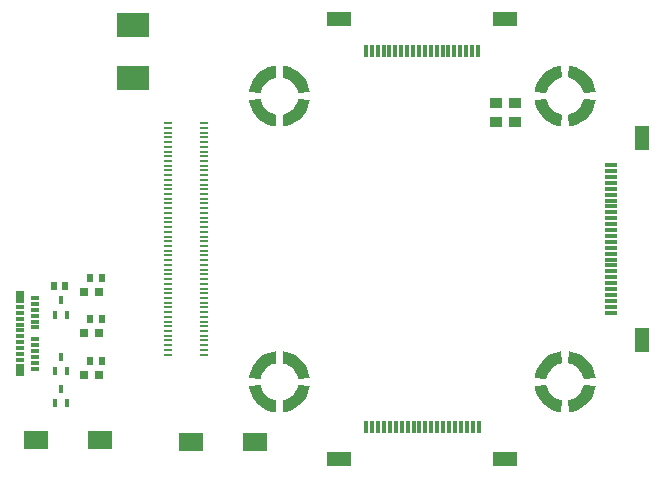
<source format=gtp>
G04*
G04 #@! TF.GenerationSoftware,Altium Limited,Altium Designer,20.0.13 (296)*
G04*
G04 Layer_Color=8421504*
%FSLAX44Y44*%
%MOMM*%
G71*
G01*
G75*
%ADD16R,1.0000X0.9000*%
%ADD17R,2.0000X1.5000*%
%ADD18R,2.7430X2.1590*%
%ADD19R,1.3000X2.0000*%
%ADD20R,1.0000X0.3000*%
%ADD21R,0.3000X1.0000*%
%ADD22R,2.0000X1.3000*%
%ADD23R,0.3000X0.7100*%
%ADD24R,0.8000X0.8000*%
%ADD25R,0.5500X0.6500*%
%ADD26R,0.7000X0.3000*%
%ADD27R,0.7000X1.0000*%
%ADD28R,0.7000X0.1800*%
G36*
X275831Y53194D02*
X276222Y63243D01*
X275028Y63501D01*
X272716Y64286D01*
X270551Y65413D01*
X268582Y66856D01*
X266856Y68582D01*
X265413Y70551D01*
X264286Y72716D01*
X263501Y75028D01*
X263243Y76222D01*
X263243D01*
X253194Y75831D01*
X253457Y73687D01*
X254684Y69544D01*
X256578Y65661D01*
X259088Y62143D01*
X262143Y59088D01*
X265661Y56578D01*
X269544Y54684D01*
X273687Y53457D01*
X275831Y53194D01*
X275831Y53194D01*
D02*
G37*
G36*
X253194Y82169D02*
X263243Y81778D01*
X263501Y82972D01*
X264286Y85284D01*
X265413Y87449D01*
X266856Y89418D01*
X268582Y91144D01*
X270551Y92587D01*
X272716Y93714D01*
X275028Y94499D01*
X276222Y94757D01*
D01*
X275831Y104806D01*
X273687Y104543D01*
X269544Y103316D01*
X265661Y101422D01*
X262143Y98912D01*
X259088Y95857D01*
X256578Y92339D01*
X254684Y88456D01*
X253457Y84313D01*
X253194Y82169D01*
X253194D01*
D02*
G37*
G36*
X304806Y75831D02*
X294757Y76222D01*
X294499Y75028D01*
X293714Y72716D01*
X292587Y70551D01*
X291144Y68582D01*
X289418Y66856D01*
X287449Y65413D01*
X285284Y64286D01*
X282972Y63501D01*
X281778Y63243D01*
X281778Y63243D01*
X282169Y53194D01*
X284313Y53457D01*
X288456Y54684D01*
X292339Y56578D01*
X295857Y59088D01*
X298912Y62143D01*
X301422Y65661D01*
X303316Y69544D01*
X304543Y73687D01*
X304806Y75831D01*
Y75831D01*
D02*
G37*
G36*
X282169Y104806D02*
X281778Y94757D01*
X282972Y94499D01*
X285284Y93714D01*
X287449Y92587D01*
X289418Y91144D01*
X291144Y89418D01*
X292587Y87449D01*
X293714Y85284D01*
X294499Y82972D01*
X294757Y81778D01*
Y81778D01*
X304806Y82169D01*
X304543Y84313D01*
X303316Y88456D01*
X301422Y92339D01*
X298912Y95857D01*
X295857Y98912D01*
X292339Y101422D01*
X288456Y103316D01*
X284313Y104543D01*
X282169Y104806D01*
D01*
D02*
G37*
G36*
X275831Y295194D02*
X276222Y305243D01*
X275028Y305501D01*
X272716Y306286D01*
X270551Y307413D01*
X268582Y308856D01*
X266856Y310582D01*
X265413Y312551D01*
X264286Y314716D01*
X263501Y317028D01*
X263243Y318222D01*
X263243D01*
X253194Y317831D01*
X253457Y315687D01*
X254684Y311544D01*
X256578Y307661D01*
X259088Y304143D01*
X262143Y301088D01*
X265661Y298578D01*
X269544Y296684D01*
X273687Y295457D01*
X275831Y295194D01*
X275831Y295194D01*
D02*
G37*
G36*
X253194Y324169D02*
X263243Y323778D01*
X263501Y324972D01*
X264286Y327284D01*
X265413Y329449D01*
X266856Y331418D01*
X268582Y333144D01*
X270551Y334587D01*
X272716Y335714D01*
X275028Y336499D01*
X276222Y336757D01*
D01*
X275831Y346806D01*
X273687Y346543D01*
X269544Y345316D01*
X265661Y343422D01*
X262143Y340913D01*
X259088Y337857D01*
X256578Y334339D01*
X254684Y330456D01*
X253457Y326313D01*
X253194Y324169D01*
X253194D01*
D02*
G37*
G36*
X304806Y317831D02*
X294757Y318222D01*
X294499Y317028D01*
X293714Y314716D01*
X292587Y312551D01*
X291144Y310582D01*
X289418Y308856D01*
X287449Y307413D01*
X285284Y306286D01*
X282972Y305501D01*
X281778Y305243D01*
X281778Y305243D01*
X282169Y295194D01*
X284313Y295457D01*
X288456Y296684D01*
X292339Y298578D01*
X295857Y301088D01*
X298912Y304143D01*
X301422Y307661D01*
X303316Y311544D01*
X304543Y315687D01*
X304806Y317831D01*
Y317831D01*
D02*
G37*
G36*
X282169Y346806D02*
X281778Y336757D01*
X282972Y336499D01*
X285284Y335714D01*
X287449Y334587D01*
X289418Y333144D01*
X291144Y331418D01*
X292587Y329449D01*
X293714Y327284D01*
X294499Y324972D01*
X294757Y323778D01*
Y323778D01*
X304806Y324169D01*
X304543Y326313D01*
X303316Y330456D01*
X301422Y334339D01*
X298912Y337857D01*
X295857Y340913D01*
X292339Y343422D01*
X288456Y345316D01*
X284313Y346543D01*
X282169Y346806D01*
D01*
D02*
G37*
G36*
X517831Y53194D02*
X518222Y63243D01*
X517028Y63501D01*
X514716Y64286D01*
X512551Y65413D01*
X510582Y66856D01*
X508856Y68582D01*
X507413Y70551D01*
X506286Y72716D01*
X505501Y75028D01*
X505243Y76222D01*
X505243D01*
X495194Y75831D01*
X495457Y73687D01*
X496684Y69544D01*
X498578Y65661D01*
X501088Y62143D01*
X504143Y59088D01*
X507661Y56578D01*
X511544Y54684D01*
X515687Y53457D01*
X517831Y53194D01*
X517831Y53194D01*
D02*
G37*
G36*
X495194Y82169D02*
X505243Y81778D01*
X505501Y82972D01*
X506286Y85284D01*
X507413Y87449D01*
X508856Y89418D01*
X510582Y91144D01*
X512551Y92587D01*
X514716Y93714D01*
X517028Y94499D01*
X518222Y94757D01*
D01*
X517831Y104806D01*
X515687Y104543D01*
X511544Y103316D01*
X507661Y101422D01*
X504143Y98912D01*
X501088Y95857D01*
X498578Y92339D01*
X496684Y88456D01*
X495457Y84313D01*
X495194Y82169D01*
X495194D01*
D02*
G37*
G36*
X546806Y75831D02*
X536757Y76222D01*
X536499Y75028D01*
X535714Y72716D01*
X534587Y70551D01*
X533144Y68582D01*
X531418Y66856D01*
X529449Y65413D01*
X527284Y64286D01*
X524972Y63501D01*
X523778Y63243D01*
X523778Y63243D01*
X524169Y53194D01*
X526313Y53457D01*
X530456Y54684D01*
X534339Y56578D01*
X537857Y59088D01*
X540913Y62143D01*
X543422Y65661D01*
X545316Y69544D01*
X546543Y73687D01*
X546806Y75831D01*
Y75831D01*
D02*
G37*
G36*
X524169Y104806D02*
X523778Y94757D01*
X524972Y94499D01*
X527284Y93714D01*
X529449Y92587D01*
X531418Y91144D01*
X533144Y89418D01*
X534587Y87449D01*
X535714Y85284D01*
X536499Y82972D01*
X536757Y81778D01*
Y81778D01*
X546806Y82169D01*
X546543Y84313D01*
X545316Y88456D01*
X543422Y92339D01*
X540913Y95857D01*
X537857Y98912D01*
X534339Y101422D01*
X530456Y103316D01*
X526313Y104543D01*
X524169Y104806D01*
D01*
D02*
G37*
G36*
X517831Y295194D02*
X518222Y305243D01*
X517028Y305501D01*
X514716Y306286D01*
X512551Y307413D01*
X510582Y308856D01*
X508856Y310582D01*
X507413Y312551D01*
X506286Y314716D01*
X505501Y317028D01*
X505243Y318222D01*
X505243D01*
X495194Y317831D01*
X495457Y315687D01*
X496684Y311544D01*
X498578Y307661D01*
X501088Y304143D01*
X504143Y301088D01*
X507661Y298578D01*
X511544Y296684D01*
X515687Y295457D01*
X517831Y295194D01*
X517831Y295194D01*
D02*
G37*
G36*
X495194Y324169D02*
X505243Y323778D01*
X505501Y324972D01*
X506286Y327284D01*
X507413Y329449D01*
X508856Y331418D01*
X510582Y333144D01*
X512551Y334587D01*
X514716Y335714D01*
X517028Y336499D01*
X518222Y336757D01*
D01*
X517831Y346806D01*
X515687Y346543D01*
X511544Y345316D01*
X507661Y343422D01*
X504143Y340913D01*
X501088Y337857D01*
X498578Y334339D01*
X496684Y330456D01*
X495457Y326313D01*
X495194Y324169D01*
X495194D01*
D02*
G37*
G36*
X546806Y317831D02*
X536757Y318222D01*
X536499Y317028D01*
X535714Y314716D01*
X534587Y312551D01*
X533144Y310582D01*
X531418Y308856D01*
X529449Y307413D01*
X527284Y306286D01*
X524972Y305501D01*
X523778Y305243D01*
X523778Y305243D01*
X524169Y295194D01*
X526313Y295457D01*
X530456Y296684D01*
X534339Y298578D01*
X537857Y301088D01*
X540913Y304143D01*
X543422Y307661D01*
X545316Y311544D01*
X546543Y315687D01*
X546806Y317831D01*
Y317831D01*
D02*
G37*
G36*
X524169Y346806D02*
X523778Y336757D01*
X524972Y336499D01*
X527284Y335714D01*
X529449Y334587D01*
X531418Y333144D01*
X533144Y331418D01*
X534587Y329449D01*
X535714Y327284D01*
X536499Y324972D01*
X536757Y323778D01*
Y323778D01*
X546806Y324169D01*
X546543Y326313D01*
X545316Y330456D01*
X543422Y334339D01*
X540913Y337857D01*
X537857Y340913D01*
X534339Y343422D01*
X530456Y345316D01*
X526313Y346543D01*
X524169Y346806D01*
D01*
D02*
G37*
D16*
X462280Y299340D02*
D03*
Y315340D02*
D03*
X478190Y299317D02*
D03*
Y315317D02*
D03*
D17*
X258683Y27876D02*
D03*
X204683D02*
D03*
X127000Y30000D02*
D03*
X73000D02*
D03*
D18*
X154940Y336546D02*
D03*
Y380746D02*
D03*
D19*
X586500Y114500D02*
D03*
Y285074D02*
D03*
D20*
X559500Y262500D02*
D03*
Y242500D02*
D03*
Y222500D02*
D03*
Y202500D02*
D03*
Y197500D02*
D03*
Y177500D02*
D03*
Y157500D02*
D03*
Y137500D02*
D03*
Y252500D02*
D03*
Y257500D02*
D03*
Y247500D02*
D03*
Y232500D02*
D03*
Y237500D02*
D03*
Y227500D02*
D03*
Y212500D02*
D03*
Y217500D02*
D03*
Y207500D02*
D03*
Y192500D02*
D03*
Y187500D02*
D03*
Y182500D02*
D03*
Y167500D02*
D03*
Y172500D02*
D03*
Y162500D02*
D03*
Y147500D02*
D03*
Y152500D02*
D03*
Y142500D02*
D03*
D21*
X357715Y40700D02*
D03*
X367715D02*
D03*
X362715D02*
D03*
X377715D02*
D03*
X387715D02*
D03*
X382715D02*
D03*
X397715D02*
D03*
X402715D02*
D03*
X407715D02*
D03*
X422715D02*
D03*
X432715D02*
D03*
X427715D02*
D03*
X442715D02*
D03*
X447715D02*
D03*
X352715D02*
D03*
X372715D02*
D03*
X392715D02*
D03*
X412715D02*
D03*
X417715D02*
D03*
X437715D02*
D03*
X442285Y358910D02*
D03*
X432285D02*
D03*
X437285D02*
D03*
X422285D02*
D03*
X412285D02*
D03*
X417285D02*
D03*
X402285D02*
D03*
X397285D02*
D03*
X392285D02*
D03*
X377285D02*
D03*
X367285D02*
D03*
X372285D02*
D03*
X357285D02*
D03*
X352285D02*
D03*
X447285D02*
D03*
X427285D02*
D03*
X407285D02*
D03*
X387285D02*
D03*
X382285D02*
D03*
X362285D02*
D03*
D22*
X470285Y13700D02*
D03*
X329715D02*
D03*
Y385910D02*
D03*
X470285D02*
D03*
D23*
X94000Y73100D02*
D03*
X99000Y60900D02*
D03*
X89000D02*
D03*
X94000Y100100D02*
D03*
X99000Y87900D02*
D03*
X89000D02*
D03*
X94000Y148100D02*
D03*
X99000Y135900D02*
D03*
X89000D02*
D03*
D24*
X126250Y85000D02*
D03*
X113750D02*
D03*
X126250Y120000D02*
D03*
X113750D02*
D03*
X126250Y155000D02*
D03*
X113750D02*
D03*
D25*
X119000Y97000D02*
D03*
X129000D02*
D03*
X119000Y132000D02*
D03*
X129000D02*
D03*
X98000Y160000D02*
D03*
X88000D02*
D03*
X119000Y167000D02*
D03*
X129000D02*
D03*
D26*
X59500Y97500D02*
D03*
Y102500D02*
D03*
X72500Y150000D02*
D03*
Y145000D02*
D03*
Y140000D02*
D03*
Y135000D02*
D03*
Y130000D02*
D03*
Y125000D02*
D03*
Y115000D02*
D03*
Y110000D02*
D03*
Y105000D02*
D03*
Y100000D02*
D03*
Y95000D02*
D03*
Y90000D02*
D03*
X59500Y107500D02*
D03*
Y112500D02*
D03*
Y117500D02*
D03*
Y122500D02*
D03*
Y127500D02*
D03*
Y132500D02*
D03*
Y137500D02*
D03*
Y142500D02*
D03*
D27*
Y89000D02*
D03*
Y151000D02*
D03*
D28*
X215400Y298000D02*
D03*
Y294000D02*
D03*
Y290000D02*
D03*
Y286000D02*
D03*
Y282000D02*
D03*
Y278000D02*
D03*
Y274000D02*
D03*
Y270000D02*
D03*
Y266000D02*
D03*
Y262000D02*
D03*
Y258000D02*
D03*
Y254000D02*
D03*
Y250000D02*
D03*
Y246000D02*
D03*
Y242000D02*
D03*
Y238000D02*
D03*
Y234000D02*
D03*
Y230000D02*
D03*
Y226000D02*
D03*
Y222000D02*
D03*
Y218000D02*
D03*
Y214000D02*
D03*
Y210000D02*
D03*
Y206000D02*
D03*
Y202000D02*
D03*
Y198000D02*
D03*
Y194000D02*
D03*
Y190000D02*
D03*
Y186000D02*
D03*
Y182000D02*
D03*
Y178000D02*
D03*
Y174000D02*
D03*
Y170000D02*
D03*
Y166000D02*
D03*
Y162000D02*
D03*
Y158000D02*
D03*
Y154000D02*
D03*
Y150000D02*
D03*
Y146000D02*
D03*
Y142000D02*
D03*
Y138000D02*
D03*
Y134000D02*
D03*
Y130000D02*
D03*
Y126000D02*
D03*
Y122000D02*
D03*
Y118000D02*
D03*
Y114000D02*
D03*
Y110000D02*
D03*
Y106000D02*
D03*
Y102000D02*
D03*
X184600Y298000D02*
D03*
Y294000D02*
D03*
Y290000D02*
D03*
Y286000D02*
D03*
Y282000D02*
D03*
Y278000D02*
D03*
Y274000D02*
D03*
Y270000D02*
D03*
Y266000D02*
D03*
Y262000D02*
D03*
Y258000D02*
D03*
Y254000D02*
D03*
Y250000D02*
D03*
Y246000D02*
D03*
Y242000D02*
D03*
Y238000D02*
D03*
Y234000D02*
D03*
Y230000D02*
D03*
Y226000D02*
D03*
Y222000D02*
D03*
Y218000D02*
D03*
Y214000D02*
D03*
Y210000D02*
D03*
Y206000D02*
D03*
Y202000D02*
D03*
Y198000D02*
D03*
Y194000D02*
D03*
Y190000D02*
D03*
Y186000D02*
D03*
Y182000D02*
D03*
Y178000D02*
D03*
Y174000D02*
D03*
Y170000D02*
D03*
Y166000D02*
D03*
Y162000D02*
D03*
Y158000D02*
D03*
Y154000D02*
D03*
Y150000D02*
D03*
Y146000D02*
D03*
Y142000D02*
D03*
Y138000D02*
D03*
Y134000D02*
D03*
Y130000D02*
D03*
Y126000D02*
D03*
Y122000D02*
D03*
Y118000D02*
D03*
Y114000D02*
D03*
Y110000D02*
D03*
Y106000D02*
D03*
Y102000D02*
D03*
M02*

</source>
